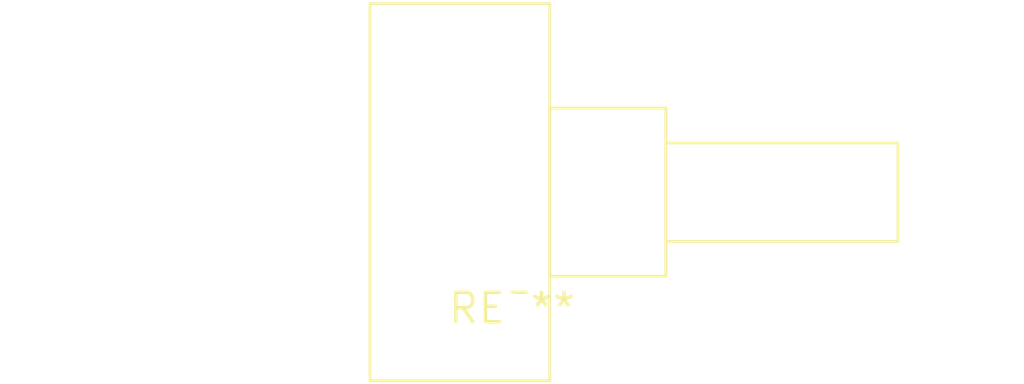
<source format=kicad_pcb>
(kicad_pcb (version 20240108) (generator pcbnew)
  (layers (0 "F.Cu" signal) (31 "B.Cu" signal) (34 "B.Paste" user) (35 "F.Paste" user) (36 "B.SilkS" user "B.Silkscreen") (37 "F.SilkS" user "F.Silkscreen") (38 "B.Mask" user) (39 "F.Mask" user) (44 "Edge.Cuts" user))
  (net 0 "")
  (footprint "Potentiometer_Piher_T-16H_Single_Horizontal" (layer "F.Cu") (at 0 0)
    (property "Reference" "REF**")
    (property "Value" "Potentiometer_Piher_T-16H_Single_Horizontal")
    (fp_line (start -6.12 -13.12) (end -6.12 3.12) (layer "F.SilkS") (stroke (width 0.12)))
    (fp_line (start -6.12 -13.12) (end 1.62 -13.12) (layer "F.SilkS") (stroke (width 0.12)))
    (fp_line (start -6.12 3.12) (end 1.62 3.12) (layer "F.SilkS") (stroke (width 0.12)))
    (fp_line (start 1.62 -13.12) (end 1.62 3.12) (layer "F.SilkS") (stroke (width 0.12)))
    (fp_line (start 1.62 -8.62) (end 1.62 -1.38) (layer "F.SilkS") (stroke (width 0.12)))
    (fp_line (start 1.62 -8.62) (end 6.62 -8.62) (layer "F.SilkS") (stroke (width 0.12)))
    (fp_line (start 1.62 -1.38) (end 6.62 -1.38) (layer "F.SilkS") (stroke (width 0.12)))
    (fp_line (start 6.62 -8.62) (end 6.62 -1.38) (layer "F.SilkS") (stroke (width 0.12)))
    (fp_line (start 6.62 -7.12) (end 6.62 -2.88) (layer "F.SilkS") (stroke (width 0.12)))
    (fp_line (start 6.62 -7.12) (end 16.62 -7.12) (layer "F.SilkS") (stroke (width 0.12)))
    (fp_line (start 6.62 -2.88) (end 16.62 -2.88) (layer "F.SilkS") (stroke (width 0.12)))
    (fp_line (start 16.62 -7.12) (end 16.62 -2.88) (layer "F.SilkS") (stroke (width 0.12)))
    (pad "1" thru_hole circle (at 0 0) (size 2.34 2.34) (drill 1.3) (layers *.Cu *.Mask) (remove_unused_layers))
    (pad "2" thru_hole circle (at 0 -5) (size 2.34 2.34) (drill 1.3) (layers *.Cu *.Mask) (remove_unused_layers))
    (pad "3" thru_hole circle (at 0 -10) (size 2.34 2.34) (drill 1.3) (layers *.Cu *.Mask) (remove_unused_layers))
  )
)
</source>
